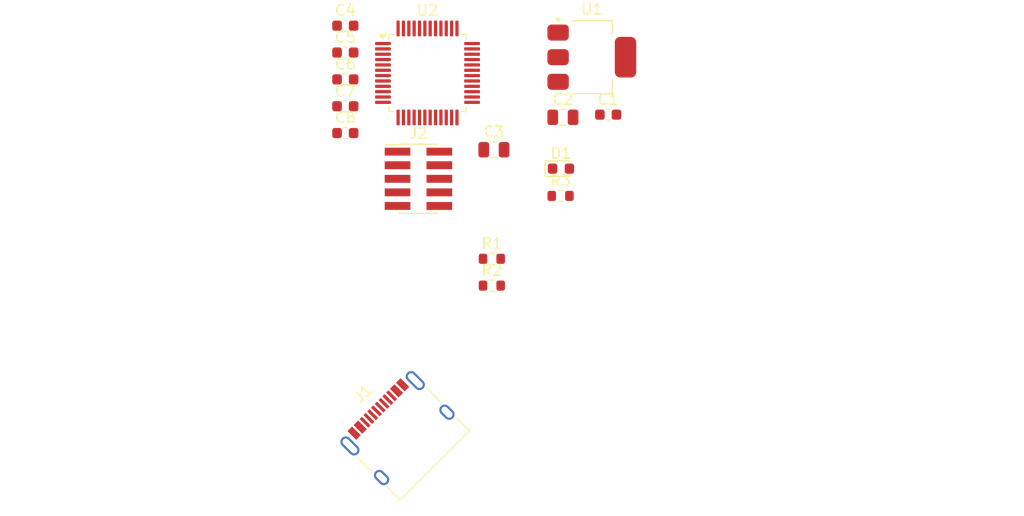
<source format=kicad_pcb>
(kicad_pcb (version 20240108) (generator "pcbnew") (generator_version "8.0")
  (layers (0 "F.Cu" signal "Front") (31 "B.Cu" signal "Back") (34 "B.Paste" user) (35 "F.Paste" user) (36 "B.SilkS" user "B.Silkscreen") (37 "F.SilkS" user "F.Silkscreen") (38 "B.Mask" user) (39 "F.Mask" user) (44 "Edge.Cuts" user))
  (net 0 "")
  (net 1 "usb.gnd")
  (net 2 "usb.conn.cc.cc1")
  (net 3 "usb.conn.cc.cc2")
  (net 4 "led.res.a")
  (net 5 "usb.pwr")
  (net 6 "reg.pwr_out")
  (net 7 "led.signal")
  (net 8 "mcu.ic.osc.xtal_out")
  (net 9 "mcu.reset_node")
  (net 10 "mcu.ic.osc.xtal_in")
  (net 11 "usb.usb.dp")
  (net 12 "usb.usb.dm")
  (net 13 "mcu.swd.tdi")
  (net 14 "mcu.swd_node.swdio")
  (net 15 "mcu.swd_node.swclk")
  (net 16 "mcu.swd.swo")
  (footprint "Capacitor_SMD:C_0603_1608Metric" (layer "F.Cu") (at 123.82 57.095)
    (property "Reference" "C8" (at 0 -1.43 0) (layer "F.SilkS"))
    (property "Value" "50V 1uF X5R ±10% 0603 Multilayer Ceramic Capacitors MLCC - SMD/SMT ROHS")
    (fp_line (start -0.14058 -0.51) (end 0.14058 -0.51) (stroke (width 0.12)) (layer "F.SilkS"))
    (fp_line (start -0.14058 0.51) (end 0.14058 0.51) (stroke (width 0.12)) (layer "F.SilkS"))
    (pad "1" smd roundrect (at -0.775 0) (size 0.9 0.95) (layers "F.Cu" "F.Paste" "F.Mask") (net 6 "reg.pwr_out"))
    (pad "2" smd roundrect (at 0.775 0) (size 0.9 0.95) (layers "F.Cu" "F.Paste" "F.Mask") (net 1 "usb.gnd"))
  )
  (footprint "Package_QFP:LQFP-48_7x7mm_P0.5mm" (layer "F.Cu") (at 131.5 51.475)
    (property "Reference" "U2" (at 0 -5.85 0) (layer "F.SilkS"))
    (property "Value" "STM32F103xxT6")
    (fp_line (start -3.61 -3.61) (end -3.61 -3.16) (stroke (width 0.12)) (layer "F.SilkS"))
    (fp_line (start -3.61 3.61) (end -3.61 3.16) (stroke (width 0.12)) (layer "F.SilkS"))
    (fp_line (start -3.16 -3.61) (end -3.61 -3.61) (stroke (width 0.12)) (layer "F.SilkS"))
    (fp_line (start -3.16 3.61) (end -3.61 3.61) (stroke (width 0.12)) (layer "F.SilkS"))
    (fp_line (start 3.16 -3.61) (end 3.61 -3.61) (stroke (width 0.12)) (layer "F.SilkS"))
    (fp_line (start 3.16 3.61) (end 3.61 3.61) (stroke (width 0.12)) (layer "F.SilkS"))
    (fp_line (start 3.61 -3.61) (end 3.61 -3.16) (stroke (width 0.12)) (layer "F.SilkS"))
    (fp_line (start 3.61 3.61) (end 3.61 3.16) (stroke (width 0.12)) (layer "F.SilkS"))
    (fp_poly (pts (xy -4.2 -3.16) (xy -4.54 -3.63) (xy -3.86 -3.63) (xy -4.2 -3.16)) (stroke (width 0.12)) (fill solid) (layer "F.SilkS"))
    (pad "1" smd roundrect (at -4.1625 -2.75) (size 1.475 0.3) (layers "F.Cu" "F.Paste" "F.Mask") (net 6 "reg.pwr_out"))
    (pad "2" smd roundrect (at -4.1625 -2.25) (size 1.475 0.3) (layers "F.Cu" "F.Paste" "F.Mask"))
    (pad "3" smd roundrect (at -4.1625 -1.75) (size 1.475 0.3) (layers "F.Cu" "F.Paste" "F.Mask"))
    (pad "4" smd roundrect (at -4.1625 -1.25) (size 1.475 0.3) (layers "F.Cu" "F.Paste" "F.Mask"))
    (pad "5" smd roundrect (at -4.1625 -0.75) (size 1.475 0.3) (layers "F.Cu" "F.Paste" "F.Mask") (net 10 "mcu.ic.osc.xtal_in"))
    (pad "6" smd roundrect (at -4.1625 -0.25) (size 1.475 0.3) (layers "F.Cu" "F.Paste" "F.Mask") (net 8 "mcu.ic.osc.xtal_out"))
    (pad "7" smd roundrect (at -4.1625 0.25) (size 1.475 0.3) (layers "F.Cu" "F.Paste" "F.Mask") (net 9 "mcu.reset_node"))
    (pad "8" smd roundrect (at -4.1625 0.75) (size 1.475 0.3) (layers "F.Cu" "F.Paste" "F.Mask") (net 1 "usb.gnd"))
    (pad "9" smd roundrect (at -4.1625 1.25) (size 1.475 0.3) (layers "F.Cu" "F.Paste" "F.Mask") (net 6 "reg.pwr_out"))
    (pad "10" smd roundrect (at -4.1625 1.75) (size 1.475 0.3) (layers "F.Cu" "F.Paste" "F.Mask") (net 7 "led.signal"))
    (pad "11" smd roundrect (at -4.1625 2.25) (size 1.475 0.3) (layers "F.Cu" "F.Paste" "F.Mask"))
    (pad "12" smd roundrect (at -4.1625 2.75) (size 1.475 0.3) (layers "F.Cu" "F.Paste" "F.Mask"))
    (pad "13" smd roundrect (at -2.75 4.1625) (size 0.3 1.475) (layers "F.Cu" "F.Paste" "F.Mask"))
    (pad "14" smd roundrect (at -2.25 4.1625) (size 0.3 1.475) (layers "F.Cu" "F.Paste" "F.Mask"))
    (pad "15" smd roundrect (at -1.75 4.1625) (size 0.3 1.475) (layers "F.Cu" "F.Paste" "F.Mask"))
    (pad "16" smd roundrect (at -1.25 4.1625) (size 0.3 1.475) (layers "F.Cu" "F.Paste" "F.Mask"))
    (pad "17" smd roundrect (at -0.75 4.1625) (size 0.3 1.475) (layers "F.Cu" "F.Paste" "F.Mask"))
    (pad "18" smd roundrect (at -0.25 4.1625) (size 0.3 1.475) (layers "F.Cu" "F.Paste" "F.Mask"))
    (pad "19" smd roundrect (at 0.25 4.1625) (size 0.3 1.475) (layers "F.Cu" "F.Paste" "F.Mask"))
    (pad "20" smd roundrect (at 0.75 4.1625) (size 0.3 1.475) (layers "F.Cu" "F.Paste" "F.Mask"))
    (pad "21" smd roundrect (at 1.25 4.1625) (size 0.3 1.475) (layers "F.Cu" "F.Paste" "F.Mask"))
    (pad "22" smd roundrect (at 1.75 4.1625) (size 0.3 1.475) (layers "F.Cu" "F.Paste" "F.Mask"))
    (pad "23" smd roundrect (at 2.25 4.1625) (size 0.3 1.475) (layers "F.Cu" "F.Paste" "F.Mask") (net 1 "usb.gnd"))
    (pad "24" smd roundrect (at 2.75 4.1625) (size 0.3 1.475) (layers "F.Cu" "F.Paste" "F.Mask") (net 6 "reg.pwr_out"))
    (pad "25" smd roundrect (at 4.1625 2.75) (size 1.475 0.3) (layers "F.Cu" "F.Paste" "F.Mask"))
    (pad "26" smd roundrect (at 4.1625 2.25) (size 1.475 0.3) (layers "F.Cu" "F.Paste" "F.Mask"))
    (pad "27" smd roundrect (at 4.1625 1.75) (size 1.475 0.3) (layers "F.Cu" "F.Paste" "F.Mask"))
    (pad "28" smd roundrect (at 4.1625 1.25) (size 1.475 0.3) (layers "F.Cu" "F.Paste" "F.Mask"))
    (pad "29" smd roundrect (at 4.1625 0.75) (size 1.475 0.3) (layers "F.Cu" "F.Paste" "F.Mask"))
    (pad "30" smd roundrect (at 4.1625 0.25) (size 1.475 0.3) (layers "F.Cu" "F.Paste" "F.Mask"))
    (pad "31" smd roundrect (at 4.1625 -0.25) (size 1.475 0.3) (layers "F.Cu" "F.Paste" "F.Mask"))
    (pad "32" smd roundrect (at 4.1625 -0.75) (size 1.475 0.3) (layers "F.Cu" "F.Paste" "F.Mask"))
    (pad "33" smd roundrect (at 4.1625 -1.25) (size 1.475 0.3) (layers "F.Cu" "F.Paste" "F.Mask"))
    (pad "34" smd roundrect (at 4.1625 -1.75) (size 1.475 0.3) (layers "F.Cu" "F.Paste" "F.Mask") (net 14 "mcu.swd_node.swdio"))
    (pad "35" smd roundrect (at 4.1625 -2.25) (size 1.475 0.3) (layers "F.Cu" "F.Paste" "F.Mask") (net 1 "usb.gnd"))
    (pad "36" smd roundrect (at 4.1625 -2.75) (size 1.475 0.3) (layers "F.Cu" "F.Paste" "F.Mask") (net 6 "reg.pwr_out"))
    (pad "37" smd roundrect (at 2.75 -4.1625) (size 0.3 1.475) (layers "F.Cu" "F.Paste" "F.Mask") (net 15 "mcu.swd_node.swclk"))
    (pad "38" smd roundrect (at 2.25 -4.1625) (size 0.3 1.475) (layers "F.Cu" "F.Paste" "F.Mask"))
    (pad "39" smd roundrect (at 1.75 -4.1625) (size 0.3 1.475) (layers "F.Cu" "F.Paste" "F.Mask"))
    (pad "40" smd roundrect (at 1.25 -4.1625) (size 0.3 1.475) (layers "F.Cu" "F.Paste" "F.Mask"))
    (pad "41" smd roundrect (at 0.75 -4.1625) (size 0.3 1.475) (layers "F.Cu" "F.Paste" "F.Mask"))
    (pad "42" smd roundrect (at 0.25 -4.1625) (size 0.3 1.475) (layers "F.Cu" "F.Paste" "F.Mask"))
    (pad "43" smd roundrect (at -0.25 -4.1625) (size 0.3 1.475) (layers "F.Cu" "F.Paste" "F.Mask"))
    (pad "44" smd roundrect (at -0.75 -4.1625) (size 0.3 1.475) (layers "F.Cu" "F.Paste" "F.Mask") (net 1 "usb.gnd"))
    (pad "45" smd roundrect (at -1.25 -4.1625) (size 0.3 1.475) (layers "F.Cu" "F.Paste" "F.Mask"))
    (pad "46" smd roundrect (at -1.75 -4.1625) (size 0.3 1.475) (layers "F.Cu" "F.Paste" "F.Mask"))
    (pad "47" smd roundrect (at -2.25 -4.1625) (size 0.3 1.475) (layers "F.Cu" "F.Paste" "F.Mask") (net 1 "usb.gnd"))
    (pad "48" smd roundrect (at -2.75 -4.1625) (size 0.3 1.475) (layers "F.Cu" "F.Paste" "F.Mask") (net 6 "reg.pwr_out"))
  )
  (footprint "Capacitor_SMD:C_0603_1608Metric" (layer "F.Cu") (at 123.82 47.055)
    (property "Reference" "C4" (at 0 -1.43 0) (layer "F.SilkS"))
    (property "Value" "50V 100nF X7R ±10% 0603 Multilayer Ceramic Capacitors MLCC - SMD/SMT ROHS")
    (fp_line (start -0.14058 -0.51) (end 0.14058 -0.51) (stroke (width 0.12)) (layer "F.SilkS"))
    (fp_line (start -0.14058 0.51) (end 0.14058 0.51) (stroke (width 0.12)) (layer "F.SilkS"))
    (pad "1" smd roundrect (at -0.775 0) (size 0.9 0.95) (layers "F.Cu" "F.Paste" "F.Mask") (net 6 "reg.pwr_out"))
    (pad "2" smd roundrect (at 0.775 0) (size 0.9 0.95) (layers "F.Cu" "F.Paste" "F.Mask") (net 1 "usb.gnd"))
  )
  (footprint "Resistor_SMD:R_0603_1608Metric" (layer "F.Cu") (at 143.93 62.975)
    (property "Reference" "R3" (at 0 -1.43 0) (layer "F.SilkS"))
    (property "Value" "±1% 1/10W Thick Film Resistors 75V ±100ppm/? -55?~+155? 1k? 0603 Chip Resistor - Surface Mount ROHS")
    (fp_line (start -0.237258 -0.5225) (end 0.237258 -0.5225) (stroke (width 0.12)) (layer "F.SilkS"))
    (fp_line (start -0.237258 0.5225) (end 0.237258 0.5225) (stroke (width 0.12)) (layer "F.SilkS"))
    (pad "1" smd roundrect (at -0.825 0) (size 0.8 0.95) (layers "F.Cu" "F.Paste" "F.Mask") (net 4 "led.res.a"))
    (pad "2" smd roundrect (at 0.825 0) (size 0.8 0.95) (layers "F.Cu" "F.Paste" "F.Mask") (net 1 "usb.gnd"))
  )
  (footprint "Capacitor_SMD:C_0603_1608Metric" (layer "F.Cu") (at 123.82 52.075)
    (property "Reference" "C6" (at 0 -1.43 0) (layer "F.SilkS"))
    (property "Value" "50V 100nF X7R ±10% 0603 Multilayer Ceramic Capacitors MLCC - SMD/SMT ROHS")
    (fp_line (start -0.14058 -0.51) (end 0.14058 -0.51) (stroke (width 0.12)) (layer "F.SilkS"))
    (fp_line (start -0.14058 0.51) (end 0.14058 0.51) (stroke (width 0.12)) (layer "F.SilkS"))
    (pad "1" smd roundrect (at -0.775 0) (size 0.9 0.95) (layers "F.Cu" "F.Paste" "F.Mask") (net 6 "reg.pwr_out"))
    (pad "2" smd roundrect (at 0.775 0) (size 0.9 0.95) (layers "F.Cu" "F.Paste" "F.Mask") (net 1 "usb.gnd"))
  )
  (footprint "Capacitor_SMD:C_0603_1608Metric" (layer "F.Cu") (at 123.82 54.585)
    (property "Reference" "C7" (at 0 -1.43 0) (layer "F.SilkS"))
    (property "Value" "50V 10nF X7R ±10% 0603 Multilayer Ceramic Capacitors MLCC - SMD/SMT ROHS")
    (fp_line (start -0.14058 -0.51) (end 0.14058 -0.51) (stroke (width 0.12)) (layer "F.SilkS"))
    (fp_line (start -0.14058 0.51) (end 0.14058 0.51) (stroke (width 0.12)) (layer "F.SilkS"))
    (pad "1" smd roundrect (at -0.775 0) (size 0.9 0.95) (layers "F.Cu" "F.Paste" "F.Mask") (net 6 "reg.pwr_out"))
    (pad "2" smd roundrect (at 0.775 0) (size 0.9 0.95) (layers "F.Cu" "F.Paste" "F.Mask") (net 1 "usb.gnd"))
  )
  (footprint "Capacitor_SMD:C_0603_1608Metric" (layer "F.Cu") (at 123.82 49.565)
    (property "Reference" "C5" (at 0 -1.43 0) (layer "F.SilkS"))
    (property "Value" "50V 100nF X7R ±10% 0603 Multilayer Ceramic Capacitors MLCC - SMD/SMT ROHS")
    (fp_line (start -0.14058 -0.51) (end 0.14058 -0.51) (stroke (width 0.12)) (layer "F.SilkS"))
    (fp_line (start -0.14058 0.51) (end 0.14058 0.51) (stroke (width 0.12)) (layer "F.SilkS"))
    (pad "1" smd roundrect (at -0.775 0) (size 0.9 0.95) (layers "F.Cu" "F.Paste" "F.Mask") (net 6 "reg.pwr_out"))
    (pad "2" smd roundrect (at 0.775 0) (size 0.9 0.95) (layers "F.Cu" "F.Paste" "F.Mask") (net 1 "usb.gnd"))
  )
  (footprint "Capacitor_SMD:C_0805_2012Metric" (layer "F.Cu") (at 137.7 58.655)
    (property "Reference" "C3" (at 0 -1.68 0) (layer "F.SilkS"))
    (property "Value" "25V 4.7uF X5R ±10% 0805 Multilayer Ceramic Capacitors MLCC - SMD/SMT ROHS")
    (fp_line (start -0.261252 -0.735) (end 0.261252 -0.735) (stroke (width 0.12)) (layer "F.SilkS"))
    (fp_line (start -0.261252 0.735) (end 0.261252 0.735) (stroke (width 0.12)) (layer "F.SilkS"))
    (pad "1" smd roundrect (at -0.95 0) (size 1 1.45) (layers "F.Cu" "F.Paste" "F.Mask") (net 6 "reg.pwr_out"))
    (pad "2" smd roundrect (at 0.95 0) (size 1 1.45) (layers "F.Cu" "F.Paste" "F.Mask") (net 1 "usb.gnd"))
  )
  (footprint "Resistor_SMD:R_0603_1608Metric" (layer "F.Cu") (at 137.51 71.365)
    (property "Reference" "R2" (at 0 -1.43 0) (layer "F.SilkS"))
    (property "Value" "±1% 1/10W Thick Film Resistors 75V ±100ppm/? -55?~+155? 5.1k? 0603 Chip Resistor - Surface Mount ROHS")
    (fp_line (start -0.237258 -0.5225) (end 0.237258 -0.5225) (stroke (width 0.12)) (layer "F.SilkS"))
    (fp_line (start -0.237258 0.5225) (end 0.237258 0.5225) (stroke (width 0.12)) (layer "F.SilkS"))
    (pad "1" smd roundrect (at -0.825 0) (size 0.8 0.95) (layers "F.Cu" "F.Paste" "F.Mask") (net 1 "usb.gnd"))
    (pad "2" smd roundrect (at 0.825 0) (size 0.8 0.95) (layers "F.Cu" "F.Paste" "F.Mask") (net 3 "usb.conn.cc.cc2"))
  )
  (footprint "Connector_USB:USB_C_Receptacle_XKB_U262-16XN-4BVC11" (layer "F.Cu") (at 129.5 85.5 45)
    (property "Reference" "J1" (at 0 -5.715 45) (layer "F.SilkS"))
    (property "Value" "COM-15111")
    (fp_line (start -4.580001 -1.85) (end -4.580001 0.07) (stroke (width 0.12)) (layer "F.SilkS"))
    (fp_line (start -4.58 3.785) (end -4.58 2.08) (stroke (width 0.12)) (layer "F.SilkS"))
    (fp_line (start 4.580001 0.07) (end 4.580001 -1.85) (stroke (width 0.12)) (layer "F.SilkS"))
    (fp_line (start 4.58 2.08) (end 4.58 3.785) (stroke (width 0.12)) (layer "F.SilkS"))
    (fp_line (start 4.58 3.785) (end -4.58 3.785) (stroke (width 0.12)) (layer "F.SilkS"))
    (pad "" np_thru_hole circle (at -2.89 -2.605 45) (size 0.65 0.65) (drill 0.65) (layers "*.Cu" "*.Mask"))
    (pad "" np_thru_hole circle (at 2.89 -2.605 45) (size 0.65 0.65) (drill 0.65) (layers "*.Cu" "*.Mask"))
    (pad "A1" smd rect (at -3.35 -3.67 45) (size 0.3 1.15) (layers "F.Cu" "F.Paste" "F.Mask") (net 1 "usb.gnd"))
    (pad "A4" smd rect (at -2.55 -3.67 45) (size 0.3 1.15) (layers "F.Cu" "F.Paste" "F.Mask") (net 5 "usb.pwr"))
    (pad "A5" smd rect (at -1.25 -3.669999 45) (size 0.3 1.15) (layers "F.Cu" "F.Paste" "F.Mask") (net 2 "usb.conn.cc.cc1"))
    (pad "A6" smd rect (at -0.25 -3.67 45) (size 0.3 1.15) (layers "F.Cu" "F.Paste" "F.Mask") (net 11 "usb.usb.dp"))
    (pad "A7" smd rect (at 0.25 -3.67 45) (size 0.3 1.15) (layers "F.Cu" "F.Paste" "F.Mask") (net 12 "usb.usb.dm"))
    (pad "A8" smd rect (at 1.25 -3.669999 45) (size 0.3 1.15) (layers "F.Cu" "F.Paste" "F.Mask"))
    (pad "A9" smd rect (at 2.55 -3.67 45) (size 0.3 1.15) (layers "F.Cu" "F.Paste" "F.Mask") (net 5 "usb.pwr"))
    (pad "A12" smd rect (at 3.35 -3.67 45) (size 0.3 1.15) (layers "F.Cu" "F.Paste" "F.Mask") (net 1 "usb.gnd"))
    (pad "B1" smd rect (at 3.05 -3.67 45) (size 0.3 1.15) (layers "F.Cu" "F.Paste" "F.Mask") (net 1 "usb.gnd"))
    (pad "B4" smd rect (at 2.25 -3.67 45) (size 0.3 1.15) (layers "F.Cu" "F.Paste" "F.Mask") (net 5 "usb.pwr"))
    (pad "B5" smd rect (at 1.75 -3.67 45) (size 0.3 1.15) (layers "F.Cu" "F.Paste" "F.Mask") (net 3 "usb.conn.cc.cc2"))
    (pad "B6" smd rect (at 0.75 -3.67 45) (size 0.3 1.15) (layers "F.Cu" "F.Paste" "F.Mask") (net 11 "usb.usb.dp"))
    (pad "B7" smd rect (at -0.75 -3.67 45) (size 0.3 1.15) (layers "F.Cu" "F.Paste" "F.Mask") (net 12 "usb.usb.dm"))
    (pad "B8" smd rect (at -1.75 -3.67 45) (size 0.3 1.15) (layers "F.Cu" "F.Paste" "F.Mask"))
    (pad "B9" smd rect (at -2.25 -3.67 45) (size 0.3 1.15) (layers "F.Cu" "F.Paste" "F.Mask") (net 5 "usb.pwr"))
    (pad "B12" smd rect (at -3.05 -3.67 45) (size 0.3 1.15) (layers "F.Cu" "F.Paste" "F.Mask") (net 1 "usb.gnd"))
    (pad "S1" thru_hole oval (at -4.32 -3.105 45) (size 1 2.1) (drill oval 0.6 1.7) (layers "*.Cu" "*.Mask") (net 1 "usb.gnd"))
    (pad "S1" thru_hole oval (at -4.32 1.075 45) (size 1 1.6) (drill oval 0.6 1.2) (layers "*.Cu" "*.Mask") (net 1 "usb.gnd"))
    (pad "S1" thru_hole oval (at 4.32 -3.105 45) (size 1 2.1) (drill oval 0.6 1.7) (layers "*.Cu" "*.Mask") (net 1 "usb.gnd"))
    (pad "S1" thru_hole oval (at 4.32 1.075 45) (size 1 1.6) (drill oval 0.6 1.2) (layers "*.Cu" "*.Mask") (net 1 "usb.gnd"))
  )
  (footprint "Connector_PinHeader_1.27mm:PinHeader_2x05_P1.27mm_Vertical_SMD" (layer "F.Cu") (at 130.65 61.375)
    (property "Reference" "J2" (at 0 -4.235 0) (layer "F.SilkS"))
    (property "Value" "PinHeader1.27 Shrouded 2x5")
    (fp_line (start -3.09 -3.17) (end -1.765 -3.17) (stroke (width 0.12)) (layer "F.SilkS"))
    (fp_line (start -1.765 -3.235) (end -1.765 -3.17) (stroke (width 0.12)) (layer "F.SilkS"))
    (fp_line (start -1.765 -3.235) (end 1.765 -3.235) (stroke (width 0.12)) (layer "F.SilkS"))
    (fp_line (start -1.765 3.17) (end -1.765 3.235) (stroke (width 0.12)) (layer "F.SilkS"))
    (fp_line (start -1.765 3.235) (end 1.765 3.235) (stroke (width 0.12)) (layer "F.SilkS"))
    (fp_line (start 1.765 -3.235) (end 1.765 -3.17) (stroke (width 0.12)) (layer "F.SilkS"))
    (fp_line (start 1.765 3.17) (end 1.765 3.235) (stroke (width 0.12)) (layer "F.SilkS"))
    (pad "1" smd rect (at -1.95 -2.54) (size 2.4 0.74) (layers "F.Cu" "F.Paste" "F.Mask") (net 6 "reg.pwr_out"))
    (pad "2" smd rect (at 1.95 -2.54) (size 2.4 0.74) (layers "F.Cu" "F.Paste" "F.Mask") (net 14 "mcu.swd_node.swdio"))
    (pad "3" smd rect (at -1.95 -1.27) (size 2.4 0.74) (layers "F.Cu" "F.Paste" "F.Mask") (net 1 "usb.gnd"))
    (pad "4" smd rect (at 1.95 -1.27) (size 2.4 0.74) (layers "F.Cu" "F.Paste" "F.Mask") (net 15 "mcu.swd_node.swclk"))
    (pad "5" smd rect (at -1.95 0) (size 2.4 0.74) (layers "F.Cu" "F.Paste" "F.Mask") (net 1 "usb.gnd"))
    (pad "6" smd rect (at 1.95 0) (size 2.4 0.74) (layers "F.Cu" "F.Paste" "F.Mask") (net 16 "mcu.swd.swo"))
    (pad "7" smd rect (at -1.95 1.27) (size 2.4 0.74) (layers "F.Cu" "F.Paste" "F.Mask"))
    (pad "8" smd rect (at 1.95 1.27) (size 2.4 0.74) (layers "F.Cu" "F.Paste" "F.Mask") (net 13 "mcu.swd.tdi"))
    (pad "9" smd rect (at -1.95 2.54) (size 2.4 0.74) (layers "F.Cu" "F.Paste" "F.Mask") (net 1 "usb.gnd"))
    (pad "10" smd rect (at 1.95 2.54) (size 2.4 0.74) (layers "F.Cu" "F.Paste" "F.Mask") (net 9 "mcu.reset_node"))
  )
  (footprint "LED_SMD:LED_0603_1608Metric" (layer "F.Cu") (at 143.97 60.425)
    (property "Reference" "D1" (at 0 -1.43 0) (layer "F.SilkS"))
    (property "Value" "Red 615~630nm 1.9~2.2V 0603 Light Emitting Diodes (LED) RoHS")
    (fp_line (start -1.485 -0.735) (end -1.485 0.735) (stroke (width 0.12)) (layer "F.SilkS"))
    (fp_line (start -1.485 0.735) (end 0.8 0.735) (stroke (width 0.12)) (layer "F.SilkS"))
    (fp_line (start 0.8 -0.735) (end -1.485 -0.735) (stroke (width 0.12)) (layer "F.SilkS"))
    (pad "1" smd roundrect (at -0.7875 0) (size 0.875 0.95) (layers "F.Cu" "F.Paste" "F.Mask") (net 4 "led.res.a"))
    (pad "2" smd roundrect (at 0.7875 0) (size 0.875 0.95) (layers "F.Cu" "F.Paste" "F.Mask") (net 7 "led.signal"))
  )
  (footprint "Package_TO_SOT_SMD:SOT-223-3_TabPin2" (layer "F.Cu") (at 146.85 50)
    (property "Reference" "U1" (at 0 -4.5 0) (layer "F.SilkS"))
    (property "Value" "LD1117S33TR")
    (fp_line (start -1.85 -3.41) (end 1.91 -3.41) (stroke (width 0.12)) (layer "F.SilkS"))
    (fp_line (start -1.85 3.41) (end 1.91 3.41) (stroke (width 0.12)) (layer "F.SilkS"))
    (fp_line (start 1.91 -3.41) (end 1.91 -2.15) (stroke (width 0.12)) (layer "F.SilkS"))
    (fp_line (start 1.91 3.41) (end 1.91 2.15) (stroke (width 0.12)) (layer "F.SilkS"))
    (fp_poly (pts (xy -3.13 -3.31) (xy -3.37 -3.64) (xy -2.89 -3.64) (xy -3.13 -3.31)) (stroke (width 0.12)) (fill solid) (layer "F.SilkS"))
    (pad "1" smd roundrect (at -3.15 -2.3) (size 2 1.5) (layers "F.Cu" "F.Paste" "F.Mask") (net 1 "usb.gnd"))
    (pad "2" smd roundrect (at -3.15 0) (size 2 1.5) (layers "F.Cu" "F.Paste" "F.Mask") (net 6 "reg.pwr_out"))
    (pad "2" smd roundrect (at 3.15 0) (size 2 3.8) (layers "F.Cu" "F.Paste" "F.Mask") (net 6 "reg.pwr_out"))
    (pad "3" smd roundrect (at -3.15 2.3) (size 2 1.5) (layers "F.Cu" "F.Paste" "F.Mask") (net 5 "usb.pwr"))
  )
  (footprint "Resistor_SMD:R_0603_1608Metric" (layer "F.Cu") (at 137.51 68.855)
    (property "Reference" "R1" (at 0 -1.43 0) (layer "F.SilkS"))
    (property "Value" "±1% 1/10W Thick Film Resistors 75V ±100ppm/? -55?~+155? 5.1k? 0603 Chip Resistor - Surface Mount ROHS")
    (fp_line (start -0.237258 -0.5225) (end 0.237258 -0.5225) (stroke (width 0.12)) (layer "F.SilkS"))
    (fp_line (start -0.237258 0.5225) (end 0.237258 0.5225) (stroke (width 0.12)) (layer "F.SilkS"))
    (pad "1" smd roundrect (at -0.825 0) (size 0.8 0.95) (layers "F.Cu" "F.Paste" "F.Mask") (net 1 "usb.gnd"))
    (pad "2" smd roundrect (at 0.825 0) (size 0.8 0.95) (layers "F.Cu" "F.Paste" "F.Mask") (net 2 "usb.conn.cc.cc1"))
  )
  (footprint "Capacitor_SMD:C_0805_2012Metric" (layer "F.Cu") (at 144.15 55.625)
    (property "Reference" "C2" (at 0 -1.68 0) (layer "F.SilkS"))
    (property "Value" "X5R 25V ±10% 10uF 0805 Multilayer Ceramic Capacitors MLCC - SMD/SMT ROHS")
    (fp_line (start -0.261252 -0.735) (end 0.261252 -0.735) (stroke (width 0.12)) (layer "F.SilkS"))
    (fp_line (start -0.261252 0.735) (end 0.261252 0.735) (stroke (width 0.12)) (layer "F.SilkS"))
    (pad "1" smd roundrect (at -0.95 0) (size 1 1.45) (layers "F.Cu" "F.Paste" "F.Mask") (net 6 "reg.pwr_out"))
    (pad "2" smd roundrect (at 0.95 0) (size 1 1.45) (layers "F.Cu" "F.Paste" "F.Mask") (net 1 "usb.gnd"))
  )
  (footprint "Capacitor_SMD:C_0603_1608Metric" (layer "F.Cu") (at 148.38 55.375)
    (property "Reference" "C1" (at 0 -1.43 0) (layer "F.SilkS"))
    (property "Value" "50V 100nF X7R ±10% 0603 Multilayer Ceramic Capacitors MLCC - SMD/SMT ROHS")
    (fp_line (start -0.14058 -0.51) (end 0.14058 -0.51) (stroke (width 0.12)) (layer "F.SilkS"))
    (fp_line (start -0.14058 0.51) (end 0.14058 0.51) (stroke (width 0.12)) (layer "F.SilkS"))
    (pad "1" smd roundrect (at -0.775 0) (size 0.9 0.95) (layers "F.Cu" "F.Paste" "F.Mask") (net 5 "usb.pwr"))
    (pad "2" smd roundrect (at 0.775 0) (size 0.9 0.95) (layers "F.Cu" "F.Paste" "F.Mask") (net 1 "usb.gnd"))
  )
)
</source>
